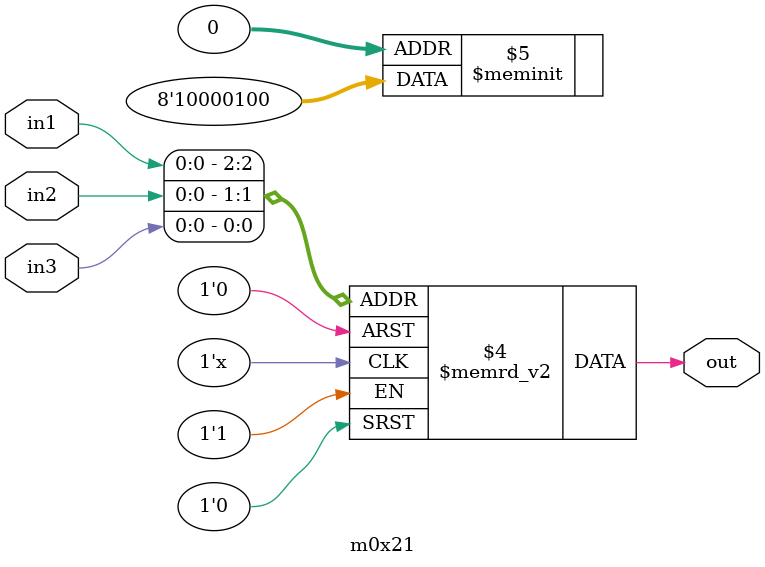
<source format=v>
module m0x21(output out, input in1, in2, in3);

   always @(in1, in2, in3)
     begin
        case({in1, in2, in3})
          3'b000: {out} = 1'b0;
          3'b001: {out} = 1'b0;
          3'b010: {out} = 1'b1;
          3'b011: {out} = 1'b0;
          3'b100: {out} = 1'b0;
          3'b101: {out} = 1'b0;
          3'b110: {out} = 1'b0;
          3'b111: {out} = 1'b1;
        endcase // case ({in1, in2, in3})
     end // always @ (in1, in2, in3)

endmodule // m0x21
</source>
